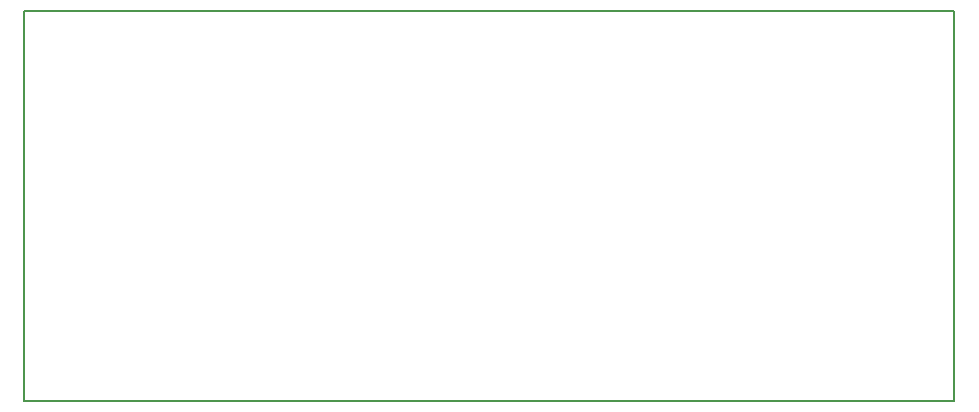
<source format=gbr>
G04 #@! TF.GenerationSoftware,KiCad,Pcbnew,(2017-05-02 revision e4d2924ee)-makepkg*
G04 #@! TF.CreationDate,2017-08-14T20:38:34-05:00*
G04 #@! TF.ProjectId,NoiseGen,4E6F69736547656E2E6B696361645F70,rev?*
G04 #@! TF.FileFunction,Profile,NP*
%FSLAX46Y46*%
G04 Gerber Fmt 4.6, Leading zero omitted, Abs format (unit mm)*
G04 Created by KiCad (PCBNEW (2017-05-02 revision e4d2924ee)-makepkg) date 08/14/17 20:38:34*
%MOMM*%
%LPD*%
G01*
G04 APERTURE LIST*
%ADD10C,0.100000*%
%ADD11C,0.200000*%
G04 APERTURE END LIST*
D10*
D11*
X80010000Y-85090000D02*
X80010000Y-85090000D01*
X149860000Y-85090000D02*
X71120000Y-85090000D01*
X149860000Y-118110000D02*
X149860000Y-85090000D01*
X71120000Y-118110000D02*
X149860000Y-118110000D01*
X71120000Y-85090000D02*
X71120000Y-118110000D01*
M02*

</source>
